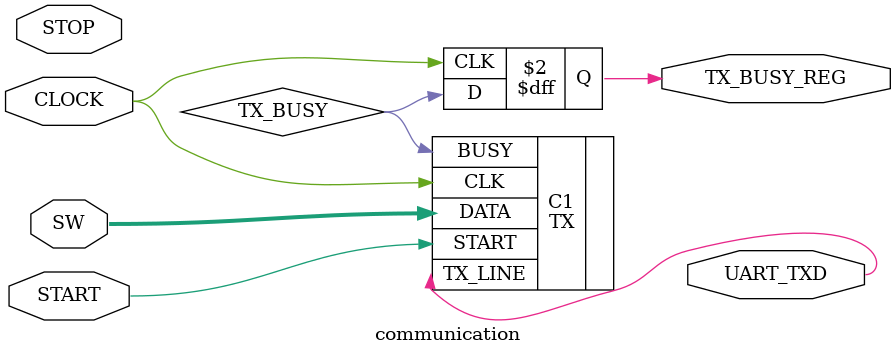
<source format=v>

module communication (
	input CLOCK,
	input START,
	input STOP,
	input [7:0] SW, //set transmit data
	output UART_TXD, // transmit bit
	output reg TX_BUSY_REG
);
	
	//set up wires and registers
	wire TX_BUSY; // used to prevent a transmit event during transmit stream
	//component that handle transmit
	TX C1 (
		.CLK(CLOCK),
		.START(START),
		.BUSY(TX_BUSY),
		.DATA(SW[7:0]),
		.TX_LINE(UART_TXD));
	
	always @(posedge CLOCK) begin
		TX_BUSY_REG<=TX_BUSY;
	end
	
endmodule 
</source>
